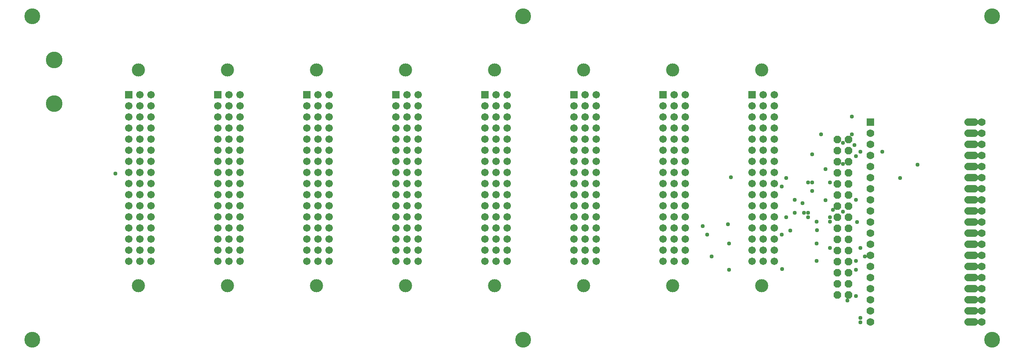
<source format=gbr>
G04 EAGLE Gerber RS-274X export*
G75*
%MOMM*%
%FSLAX34Y34*%
%LPD*%
%INSoldermask Bottom*%
%IPPOS*%
%AMOC8*
5,1,8,0,0,1.08239X$1,22.5*%
G01*
%ADD10C,3.603200*%
%ADD11C,2.993200*%
%ADD12R,1.711200X1.711200*%
%ADD13C,1.711200*%
%ADD14C,3.803200*%
%ADD15P,1.869504X8X112.500000*%
%ADD16R,1.763200X1.763200*%
%ADD17C,1.763200*%
%ADD18C,1.727200*%
%ADD19C,0.959600*%


D10*
X30000Y770000D03*
X30000Y30000D03*
X2220000Y30000D03*
X2220000Y770000D03*
X1150000Y770000D03*
X1150000Y30000D03*
D11*
X272400Y153100D03*
X272400Y646900D03*
D12*
X250000Y590500D03*
D13*
X250000Y565100D03*
X250000Y539700D03*
X250000Y514300D03*
X250000Y488900D03*
X250000Y463500D03*
X250000Y438100D03*
X250000Y412700D03*
X250000Y387300D03*
X250000Y361900D03*
X250000Y336500D03*
X250000Y311100D03*
X250000Y285700D03*
X250000Y260300D03*
X250000Y234900D03*
X250000Y209500D03*
X275400Y590500D03*
X275400Y565100D03*
X275400Y539700D03*
X275400Y514300D03*
X275400Y488900D03*
X275400Y463500D03*
X275400Y438100D03*
X275400Y412700D03*
X275400Y387300D03*
X275400Y361900D03*
X275400Y336500D03*
X275400Y311100D03*
X275400Y285700D03*
X275400Y260300D03*
X275400Y234900D03*
X275400Y209500D03*
X300800Y590500D03*
X300800Y565100D03*
X300800Y539700D03*
X300800Y514300D03*
X300800Y488900D03*
X300800Y463500D03*
X300800Y438100D03*
X300800Y412700D03*
X300800Y387300D03*
X300800Y361900D03*
X300800Y336500D03*
X300800Y311100D03*
X300800Y285700D03*
X300800Y260300D03*
X300800Y234900D03*
X300800Y209500D03*
D11*
X475600Y153100D03*
X475600Y646900D03*
D12*
X453200Y590500D03*
D13*
X453200Y565100D03*
X453200Y539700D03*
X453200Y514300D03*
X453200Y488900D03*
X453200Y463500D03*
X453200Y438100D03*
X453200Y412700D03*
X453200Y387300D03*
X453200Y361900D03*
X453200Y336500D03*
X453200Y311100D03*
X453200Y285700D03*
X453200Y260300D03*
X453200Y234900D03*
X453200Y209500D03*
X478600Y590500D03*
X478600Y565100D03*
X478600Y539700D03*
X478600Y514300D03*
X478600Y488900D03*
X478600Y463500D03*
X478600Y438100D03*
X478600Y412700D03*
X478600Y387300D03*
X478600Y361900D03*
X478600Y336500D03*
X478600Y311100D03*
X478600Y285700D03*
X478600Y260300D03*
X478600Y234900D03*
X478600Y209500D03*
X504000Y590500D03*
X504000Y565100D03*
X504000Y539700D03*
X504000Y514300D03*
X504000Y488900D03*
X504000Y463500D03*
X504000Y438100D03*
X504000Y412700D03*
X504000Y387300D03*
X504000Y361900D03*
X504000Y336500D03*
X504000Y311100D03*
X504000Y285700D03*
X504000Y260300D03*
X504000Y234900D03*
X504000Y209500D03*
D11*
X678800Y153100D03*
X678800Y646900D03*
D12*
X656400Y590500D03*
D13*
X656400Y565100D03*
X656400Y539700D03*
X656400Y514300D03*
X656400Y488900D03*
X656400Y463500D03*
X656400Y438100D03*
X656400Y412700D03*
X656400Y387300D03*
X656400Y361900D03*
X656400Y336500D03*
X656400Y311100D03*
X656400Y285700D03*
X656400Y260300D03*
X656400Y234900D03*
X656400Y209500D03*
X681800Y590500D03*
X681800Y565100D03*
X681800Y539700D03*
X681800Y514300D03*
X681800Y488900D03*
X681800Y463500D03*
X681800Y438100D03*
X681800Y412700D03*
X681800Y387300D03*
X681800Y361900D03*
X681800Y336500D03*
X681800Y311100D03*
X681800Y285700D03*
X681800Y260300D03*
X681800Y234900D03*
X681800Y209500D03*
X707200Y590500D03*
X707200Y565100D03*
X707200Y539700D03*
X707200Y514300D03*
X707200Y488900D03*
X707200Y463500D03*
X707200Y438100D03*
X707200Y412700D03*
X707200Y387300D03*
X707200Y361900D03*
X707200Y336500D03*
X707200Y311100D03*
X707200Y285700D03*
X707200Y260300D03*
X707200Y234900D03*
X707200Y209500D03*
D11*
X882000Y153100D03*
X882000Y646900D03*
D12*
X859600Y590500D03*
D13*
X859600Y565100D03*
X859600Y539700D03*
X859600Y514300D03*
X859600Y488900D03*
X859600Y463500D03*
X859600Y438100D03*
X859600Y412700D03*
X859600Y387300D03*
X859600Y361900D03*
X859600Y336500D03*
X859600Y311100D03*
X859600Y285700D03*
X859600Y260300D03*
X859600Y234900D03*
X859600Y209500D03*
X885000Y590500D03*
X885000Y565100D03*
X885000Y539700D03*
X885000Y514300D03*
X885000Y488900D03*
X885000Y463500D03*
X885000Y438100D03*
X885000Y412700D03*
X885000Y387300D03*
X885000Y361900D03*
X885000Y336500D03*
X885000Y311100D03*
X885000Y285700D03*
X885000Y260300D03*
X885000Y234900D03*
X885000Y209500D03*
X910400Y590500D03*
X910400Y565100D03*
X910400Y539700D03*
X910400Y514300D03*
X910400Y488900D03*
X910400Y463500D03*
X910400Y438100D03*
X910400Y412700D03*
X910400Y387300D03*
X910400Y361900D03*
X910400Y336500D03*
X910400Y311100D03*
X910400Y285700D03*
X910400Y260300D03*
X910400Y234900D03*
X910400Y209500D03*
D11*
X1085200Y153100D03*
X1085200Y646900D03*
D12*
X1062800Y590500D03*
D13*
X1062800Y565100D03*
X1062800Y539700D03*
X1062800Y514300D03*
X1062800Y488900D03*
X1062800Y463500D03*
X1062800Y438100D03*
X1062800Y412700D03*
X1062800Y387300D03*
X1062800Y361900D03*
X1062800Y336500D03*
X1062800Y311100D03*
X1062800Y285700D03*
X1062800Y260300D03*
X1062800Y234900D03*
X1062800Y209500D03*
X1088200Y590500D03*
X1088200Y565100D03*
X1088200Y539700D03*
X1088200Y514300D03*
X1088200Y488900D03*
X1088200Y463500D03*
X1088200Y438100D03*
X1088200Y412700D03*
X1088200Y387300D03*
X1088200Y361900D03*
X1088200Y336500D03*
X1088200Y311100D03*
X1088200Y285700D03*
X1088200Y260300D03*
X1088200Y234900D03*
X1088200Y209500D03*
X1113600Y590500D03*
X1113600Y565100D03*
X1113600Y539700D03*
X1113600Y514300D03*
X1113600Y488900D03*
X1113600Y463500D03*
X1113600Y438100D03*
X1113600Y412700D03*
X1113600Y387300D03*
X1113600Y361900D03*
X1113600Y336500D03*
X1113600Y311100D03*
X1113600Y285700D03*
X1113600Y260300D03*
X1113600Y234900D03*
X1113600Y209500D03*
D11*
X1288400Y153100D03*
X1288400Y646900D03*
D12*
X1266000Y590500D03*
D13*
X1266000Y565100D03*
X1266000Y539700D03*
X1266000Y514300D03*
X1266000Y488900D03*
X1266000Y463500D03*
X1266000Y438100D03*
X1266000Y412700D03*
X1266000Y387300D03*
X1266000Y361900D03*
X1266000Y336500D03*
X1266000Y311100D03*
X1266000Y285700D03*
X1266000Y260300D03*
X1266000Y234900D03*
X1266000Y209500D03*
X1291400Y590500D03*
X1291400Y565100D03*
X1291400Y539700D03*
X1291400Y514300D03*
X1291400Y488900D03*
X1291400Y463500D03*
X1291400Y438100D03*
X1291400Y412700D03*
X1291400Y387300D03*
X1291400Y361900D03*
X1291400Y336500D03*
X1291400Y311100D03*
X1291400Y285700D03*
X1291400Y260300D03*
X1291400Y234900D03*
X1291400Y209500D03*
X1316800Y590500D03*
X1316800Y565100D03*
X1316800Y539700D03*
X1316800Y514300D03*
X1316800Y488900D03*
X1316800Y463500D03*
X1316800Y438100D03*
X1316800Y412700D03*
X1316800Y387300D03*
X1316800Y361900D03*
X1316800Y336500D03*
X1316800Y311100D03*
X1316800Y285700D03*
X1316800Y260300D03*
X1316800Y234900D03*
X1316800Y209500D03*
D11*
X1491600Y153100D03*
X1491600Y646900D03*
D12*
X1469200Y590500D03*
D13*
X1469200Y565100D03*
X1469200Y539700D03*
X1469200Y514300D03*
X1469200Y488900D03*
X1469200Y463500D03*
X1469200Y438100D03*
X1469200Y412700D03*
X1469200Y387300D03*
X1469200Y361900D03*
X1469200Y336500D03*
X1469200Y311100D03*
X1469200Y285700D03*
X1469200Y260300D03*
X1469200Y234900D03*
X1469200Y209500D03*
X1494600Y590500D03*
X1494600Y565100D03*
X1494600Y539700D03*
X1494600Y514300D03*
X1494600Y488900D03*
X1494600Y463500D03*
X1494600Y438100D03*
X1494600Y412700D03*
X1494600Y387300D03*
X1494600Y361900D03*
X1494600Y336500D03*
X1494600Y311100D03*
X1494600Y285700D03*
X1494600Y260300D03*
X1494600Y234900D03*
X1494600Y209500D03*
X1520000Y590500D03*
X1520000Y565100D03*
X1520000Y539700D03*
X1520000Y514300D03*
X1520000Y488900D03*
X1520000Y463500D03*
X1520000Y438100D03*
X1520000Y412700D03*
X1520000Y387300D03*
X1520000Y361900D03*
X1520000Y336500D03*
X1520000Y311100D03*
X1520000Y285700D03*
X1520000Y260300D03*
X1520000Y234900D03*
X1520000Y209500D03*
D11*
X1694800Y153100D03*
X1694800Y646900D03*
D12*
X1672400Y590500D03*
D13*
X1672400Y565100D03*
X1672400Y539700D03*
X1672400Y514300D03*
X1672400Y488900D03*
X1672400Y463500D03*
X1672400Y438100D03*
X1672400Y412700D03*
X1672400Y387300D03*
X1672400Y361900D03*
X1672400Y336500D03*
X1672400Y311100D03*
X1672400Y285700D03*
X1672400Y260300D03*
X1672400Y234900D03*
X1672400Y209500D03*
X1697800Y590500D03*
X1697800Y565100D03*
X1697800Y539700D03*
X1697800Y514300D03*
X1697800Y488900D03*
X1697800Y463500D03*
X1697800Y438100D03*
X1697800Y412700D03*
X1697800Y387300D03*
X1697800Y361900D03*
X1697800Y336500D03*
X1697800Y311100D03*
X1697800Y285700D03*
X1697800Y260300D03*
X1697800Y234900D03*
X1697800Y209500D03*
X1723200Y590500D03*
X1723200Y565100D03*
X1723200Y539700D03*
X1723200Y514300D03*
X1723200Y488900D03*
X1723200Y463500D03*
X1723200Y438100D03*
X1723200Y412700D03*
X1723200Y387300D03*
X1723200Y361900D03*
X1723200Y336500D03*
X1723200Y311100D03*
X1723200Y285700D03*
X1723200Y260300D03*
X1723200Y234900D03*
X1723200Y209500D03*
D14*
X80000Y670000D03*
X80000Y570000D03*
D15*
X1892700Y132200D03*
X1867300Y132200D03*
X1892700Y157600D03*
X1867300Y157600D03*
X1892700Y183000D03*
X1867300Y183000D03*
X1892700Y208400D03*
X1867300Y208400D03*
X1892700Y233800D03*
X1867300Y233800D03*
X1892700Y259200D03*
X1867300Y259200D03*
X1892700Y284600D03*
X1867300Y284600D03*
X1892700Y310000D03*
X1867300Y310000D03*
X1892700Y335400D03*
X1867300Y335400D03*
X1892700Y360800D03*
X1867300Y360800D03*
X1892700Y386200D03*
X1867300Y386200D03*
X1892700Y411600D03*
X1867300Y411600D03*
X1892700Y437000D03*
X1867300Y437000D03*
X1892700Y462400D03*
X1867300Y462400D03*
X1892700Y487800D03*
X1867300Y487800D03*
D16*
X1943000Y527600D03*
D17*
X1943000Y502200D03*
X1943000Y70400D03*
X1943000Y476800D03*
X1943000Y451400D03*
X1943000Y426000D03*
X1943000Y400600D03*
X1943000Y375200D03*
X1943000Y349800D03*
X1943000Y324400D03*
X1943000Y299000D03*
X1943000Y273600D03*
X1943000Y248200D03*
X1943000Y222800D03*
X1943000Y197400D03*
X1943000Y172000D03*
X1943000Y146600D03*
X1943000Y121200D03*
X1943000Y95800D03*
X2197000Y527600D03*
X2197000Y502200D03*
X2197000Y476800D03*
X2197000Y451400D03*
X2197000Y426000D03*
X2197000Y400600D03*
X2197000Y375200D03*
X2197000Y349800D03*
X2197000Y324400D03*
X2197000Y299000D03*
X2197000Y273600D03*
X2197000Y248200D03*
X2197000Y222800D03*
X2197000Y197400D03*
X2197000Y172000D03*
X2197000Y146600D03*
X2197000Y121200D03*
X2197000Y95800D03*
X2197000Y70400D03*
D18*
X2180220Y70400D02*
X2164980Y70400D01*
X2164980Y95800D02*
X2180220Y95800D01*
X2180220Y121200D02*
X2164980Y121200D01*
X2164980Y146600D02*
X2180220Y146600D01*
X2180220Y172000D02*
X2164980Y172000D01*
X2164980Y197400D02*
X2180220Y197400D01*
X2180220Y222800D02*
X2164980Y222800D01*
X2164980Y248200D02*
X2180220Y248200D01*
X2180220Y273600D02*
X2164980Y273600D01*
X2164980Y299000D02*
X2180220Y299000D01*
X2180220Y324400D02*
X2164980Y324400D01*
X2164980Y349800D02*
X2180220Y349800D01*
X2180220Y375200D02*
X2164980Y375200D01*
X2164980Y400600D02*
X2180220Y400600D01*
X2180220Y426000D02*
X2164980Y426000D01*
X2164980Y451400D02*
X2180220Y451400D01*
X2180220Y476800D02*
X2164980Y476800D01*
X2164980Y502200D02*
X2180220Y502200D01*
X2180220Y527600D02*
X2164980Y527600D01*
D19*
X1900000Y540000D03*
X1740000Y380000D03*
X1750000Y400000D03*
X1970000Y460000D03*
X1900000Y500000D03*
X1617200Y294100D03*
X1620000Y250000D03*
X1620000Y190000D03*
X1920000Y80000D03*
X1920000Y70000D03*
X1580000Y220000D03*
X1570000Y270000D03*
X1560000Y290000D03*
X1800000Y310000D03*
X1910000Y450000D03*
X1920000Y460000D03*
X1820000Y300000D03*
X1857210Y327210D03*
X1624000Y401874D03*
X1880100Y322500D03*
X1910000Y350000D03*
X1912500Y299300D03*
X1930000Y220000D03*
X1910000Y210000D03*
X1850000Y240000D03*
X1820000Y250000D03*
X220000Y410000D03*
X1910000Y130000D03*
X1770000Y320000D03*
X1850000Y300000D03*
X1790912Y320000D03*
X1840000Y349000D03*
X1741350Y191350D03*
X1820500Y280500D03*
X1850000Y310000D03*
X1800000Y320000D03*
X1760000Y280000D03*
X1820000Y210000D03*
X1890000Y119274D03*
X1840000Y420000D03*
X2050000Y430000D03*
X2010000Y400000D03*
X1905900Y475200D03*
X1788000Y342000D03*
X1850000Y390000D03*
X1910000Y190000D03*
X1750000Y310000D03*
X1920000Y240000D03*
X1880000Y480000D03*
X1879999Y431921D03*
X1810000Y370000D03*
X1830000Y500000D03*
X1800000Y390000D03*
X1810000Y453990D03*
X1810000Y390000D03*
X1770000Y350000D03*
X1740000Y270000D03*
M02*

</source>
